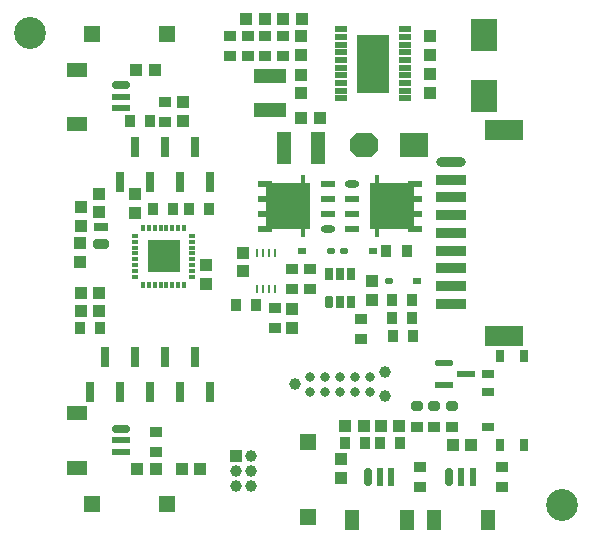
<source format=gbr>
%TF.GenerationSoftware,Altium Limited,Altium NEXUS,3.2.6 (83)*%
G04 Layer_Color=255*
%FSLAX44Y44*%
%MOMM*%
%TF.SameCoordinates,1D3023CA-0B4D-445B-B615-3EAEB33096E1*%
%TF.FilePolarity,Positive*%
%TF.FileFunction,Pads,Top*%
%TF.Part,Single*%
G01*
G75*
%TA.AperFunction,SMDPad,CuDef*%
%ADD10R,1.0000X1.0000*%
%ADD11R,1.0000X0.9000*%
G04:AMPARAMS|DCode=12|XSize=0.6mm|YSize=1.55mm|CornerRadius=0mm|HoleSize=0mm|Usage=FLASHONLY|Rotation=0.000|XOffset=0mm|YOffset=0mm|HoleType=Round|Shape=Octagon|*
%AMOCTAGOND12*
4,1,8,-0.1500,0.7750,0.1500,0.7750,0.3000,0.6250,0.3000,-0.6250,0.1500,-0.7750,-0.1500,-0.7750,-0.3000,-0.6250,-0.3000,0.6250,-0.1500,0.7750,0.0*
%
%ADD12OCTAGOND12*%

%ADD13R,0.6000X1.5500*%
%ADD14R,1.2000X1.8000*%
%ADD15R,0.9000X1.0000*%
%ADD16R,1.0000X1.0000*%
%ADD17R,2.7500X2.7500*%
%ADD18R,0.3000X0.6000*%
%ADD19R,0.6000X0.3000*%
%ADD20R,1.0000X0.7000*%
%ADD21R,0.8000X1.0000*%
%TA.AperFunction,BGAPad,CuDef*%
%ADD22C,0.8000*%
%TA.AperFunction,SMDPad,CuDef*%
%ADD23R,1.4000X1.4000*%
%ADD24R,0.2500X0.7500*%
%ADD25R,1.8000X1.2000*%
%ADD26R,1.5500X0.6000*%
G04:AMPARAMS|DCode=27|XSize=0.6mm|YSize=1.55mm|CornerRadius=0mm|HoleSize=0mm|Usage=FLASHONLY|Rotation=270.000|XOffset=0mm|YOffset=0mm|HoleType=Round|Shape=Octagon|*
%AMOCTAGOND27*
4,1,8,0.7750,0.1500,0.7750,-0.1500,0.6250,-0.3000,-0.6250,-0.3000,-0.7750,-0.1500,-0.7750,0.1500,-0.6250,0.3000,0.6250,0.3000,0.7750,0.1500,0.0*
%
%ADD27OCTAGOND27*%

G04:AMPARAMS|DCode=28|XSize=0.5mm|YSize=0.71mm|CornerRadius=0mm|HoleSize=0mm|Usage=FLASHONLY|Rotation=270.000|XOffset=0mm|YOffset=0mm|HoleType=Round|Shape=Octagon|*
%AMOCTAGOND28*
4,1,8,0.3550,0.1250,0.3550,-0.1250,0.2300,-0.2500,-0.2300,-0.2500,-0.3550,-0.1250,-0.3550,0.1250,-0.2300,0.2500,0.2300,0.2500,0.3550,0.1250,0.0*
%
%ADD28OCTAGOND28*%

%ADD29R,0.7100X0.5000*%
G04:AMPARAMS|DCode=30|XSize=0.55mm|YSize=1.55mm|CornerRadius=0mm|HoleSize=0mm|Usage=FLASHONLY|Rotation=90.000|XOffset=0mm|YOffset=0mm|HoleType=Round|Shape=Octagon|*
%AMOCTAGOND30*
4,1,8,-0.7750,-0.1375,-0.7750,0.1375,-0.6375,0.2750,0.6375,0.2750,0.7750,0.1375,0.7750,-0.1375,0.6375,-0.2750,-0.6375,-0.2750,-0.7750,-0.1375,0.0*
%
%ADD30OCTAGOND30*%

%ADD31R,1.5500X0.5500*%
%ADD32R,0.6500X1.1000*%
G04:AMPARAMS|DCode=33|XSize=0.65mm|YSize=1.1mm|CornerRadius=0mm|HoleSize=0mm|Usage=FLASHONLY|Rotation=180.000|XOffset=0mm|YOffset=0mm|HoleType=Round|Shape=Octagon|*
%AMOCTAGOND33*
4,1,8,0.1625,-0.5500,-0.1625,-0.5500,-0.3250,-0.3875,-0.3250,0.3875,-0.1625,0.5500,0.1625,0.5500,0.3250,0.3875,0.3250,-0.3875,0.1625,-0.5500,0.0*
%
%ADD33OCTAGOND33*%

%ADD34R,1.3000X0.8000*%
G04:AMPARAMS|DCode=35|XSize=0.8mm|YSize=1.3mm|CornerRadius=0mm|HoleSize=0mm|Usage=FLASHONLY|Rotation=90.000|XOffset=0mm|YOffset=0mm|HoleType=Round|Shape=Octagon|*
%AMOCTAGOND35*
4,1,8,-0.6500,-0.2000,-0.6500,0.2000,-0.4500,0.4000,0.4500,0.4000,0.6500,0.2000,0.6500,-0.2000,0.4500,-0.4000,-0.4500,-0.4000,-0.6500,-0.2000,0.0*
%
%ADD35OCTAGOND35*%

%ADD36R,1.4000X1.4000*%
G04:AMPARAMS|DCode=37|XSize=1mm|YSize=0.9mm|CornerRadius=0mm|HoleSize=0mm|Usage=FLASHONLY|Rotation=0.000|XOffset=0mm|YOffset=0mm|HoleType=Round|Shape=Octagon|*
%AMOCTAGOND37*
4,1,8,0.5000,-0.2250,0.5000,0.2250,0.2750,0.4500,-0.2750,0.4500,-0.5000,0.2250,-0.5000,-0.2250,-0.2750,-0.4500,0.2750,-0.4500,0.5000,-0.2250,0.0*
%
%ADD37OCTAGOND37*%

%ADD38R,1.2700X0.6000*%
%ADD39O,1.2700X0.6000*%
%ADD40R,3.8100X3.9100*%
%ADD41R,0.4000X5.3000*%
%ADD42R,2.3500X2.0500*%
G04:AMPARAMS|DCode=43|XSize=2.05mm|YSize=2.35mm|CornerRadius=0mm|HoleSize=0mm|Usage=FLASHONLY|Rotation=90.000|XOffset=0mm|YOffset=0mm|HoleType=Round|Shape=Octagon|*
%AMOCTAGOND43*
4,1,8,-1.1750,-0.5125,-1.1750,0.5125,-0.6625,1.0250,0.6625,1.0250,1.1750,0.5125,1.1750,-0.5125,0.6625,-1.0250,-0.6625,-1.0250,-1.1750,-0.5125,0.0*
%
%ADD43OCTAGOND43*%

%ADD44R,2.2000X2.7000*%
%ADD45R,0.7400X1.7000*%
%ADD46R,1.3000X2.7000*%
%ADD47R,2.7000X1.3000*%
%ADD48R,2.7400X4.9500*%
%ADD49R,1.1000X0.5000*%
%ADD50R,2.5000X0.9000*%
%ADD51O,2.5000X0.9000*%
%ADD52R,3.3000X1.8000*%
%TA.AperFunction,ComponentPad*%
%ADD63C,1.0000*%
%ADD64R,1.0000X1.0000*%
%TA.AperFunction,ViaPad*%
%ADD65C,2.7000*%
D10*
X388750Y1117250D02*
D03*
X404750D02*
D03*
X351000D02*
D03*
X367000D02*
D03*
X319250Y1266250D02*
D03*
X303250D02*
D03*
X303250Y1251250D02*
D03*
X319250D02*
D03*
X366250Y1455250D02*
D03*
X350250D02*
D03*
X618250Y1137500D02*
D03*
X634250D02*
D03*
X527500Y1154000D02*
D03*
X543500D02*
D03*
X573250D02*
D03*
X557250D02*
D03*
X490000Y1414750D02*
D03*
X506000D02*
D03*
X459750Y1498500D02*
D03*
X443750D02*
D03*
X490500D02*
D03*
X474500D02*
D03*
D11*
X367000Y1132000D02*
D03*
Y1149000D02*
D03*
X659750Y1102000D02*
D03*
Y1119000D02*
D03*
X590750Y1102000D02*
D03*
Y1119000D02*
D03*
X375000Y1428250D02*
D03*
Y1411250D02*
D03*
X482500Y1287000D02*
D03*
Y1270000D02*
D03*
X467500Y1253250D02*
D03*
Y1236250D02*
D03*
X540500Y1244500D02*
D03*
Y1227500D02*
D03*
X602750Y1153250D02*
D03*
X497500Y1287000D02*
D03*
Y1270000D02*
D03*
X617750Y1153250D02*
D03*
X587750D02*
D03*
X429750Y1467250D02*
D03*
Y1484250D02*
D03*
X459750Y1467250D02*
D03*
Y1484250D02*
D03*
X444750Y1467250D02*
D03*
Y1484250D02*
D03*
X474750Y1467250D02*
D03*
Y1484250D02*
D03*
D12*
X546500Y1110500D02*
D03*
X615500D02*
D03*
D13*
X556500D02*
D03*
X566500D02*
D03*
X625500D02*
D03*
X635500D02*
D03*
D14*
X579500Y1073750D02*
D03*
X533500D02*
D03*
X648500D02*
D03*
X602500D02*
D03*
D15*
X362250Y1411500D02*
D03*
X345250D02*
D03*
X319750Y1236250D02*
D03*
X302750D02*
D03*
X412000Y1337000D02*
D03*
X395000D02*
D03*
X573750Y1139000D02*
D03*
X556750D02*
D03*
X452000Y1256500D02*
D03*
X435000D02*
D03*
X567250Y1245000D02*
D03*
X584250D02*
D03*
X567250Y1260000D02*
D03*
X584250D02*
D03*
X567750Y1230000D02*
D03*
X584750D02*
D03*
X381750Y1337000D02*
D03*
X364750D02*
D03*
X544000Y1139000D02*
D03*
X527000D02*
D03*
X562250Y1301750D02*
D03*
X579250D02*
D03*
D16*
X319250Y1334500D02*
D03*
Y1350500D02*
D03*
X390000Y1411750D02*
D03*
Y1427750D02*
D03*
X550000Y1276750D02*
D03*
Y1260750D02*
D03*
X482500Y1252750D02*
D03*
Y1236750D02*
D03*
X303250Y1322750D02*
D03*
Y1338750D02*
D03*
X303000Y1292750D02*
D03*
Y1308750D02*
D03*
X440500Y1284500D02*
D03*
Y1300500D02*
D03*
X524000Y1125750D02*
D03*
Y1109750D02*
D03*
X349500Y1349750D02*
D03*
Y1333750D02*
D03*
X409750Y1290250D02*
D03*
Y1274250D02*
D03*
X490000Y1435250D02*
D03*
Y1451250D02*
D03*
X598750Y1435500D02*
D03*
Y1451500D02*
D03*
Y1467750D02*
D03*
Y1483750D02*
D03*
X489750Y1467750D02*
D03*
Y1483750D02*
D03*
D17*
X373500Y1297250D02*
D03*
D18*
X356000Y1321250D02*
D03*
X361000D02*
D03*
X366000D02*
D03*
X371000D02*
D03*
X376000D02*
D03*
X381000D02*
D03*
X386000D02*
D03*
X391000D02*
D03*
Y1273250D02*
D03*
X386000D02*
D03*
X381000D02*
D03*
X376000D02*
D03*
X371000D02*
D03*
X366000D02*
D03*
X361000D02*
D03*
X356000D02*
D03*
D19*
X397500Y1314750D02*
D03*
Y1309750D02*
D03*
Y1304750D02*
D03*
Y1299750D02*
D03*
Y1294750D02*
D03*
Y1289750D02*
D03*
Y1284750D02*
D03*
Y1279750D02*
D03*
X349500D02*
D03*
Y1284750D02*
D03*
Y1289750D02*
D03*
Y1294750D02*
D03*
Y1299750D02*
D03*
Y1304750D02*
D03*
Y1309750D02*
D03*
Y1314750D02*
D03*
D20*
X648500Y1152750D02*
D03*
Y1182750D02*
D03*
Y1197750D02*
D03*
D21*
X678500Y1137750D02*
D03*
X658500D02*
D03*
X678500Y1212750D02*
D03*
X658500D02*
D03*
D22*
X497600Y1182500D02*
D03*
X510300D02*
D03*
X523000D02*
D03*
X535700D02*
D03*
X548400D02*
D03*
Y1195200D02*
D03*
X535700D02*
D03*
X523000D02*
D03*
X510300D02*
D03*
X497600D02*
D03*
D23*
X312750Y1087500D02*
D03*
X376750D02*
D03*
Y1485750D02*
D03*
X312750D02*
D03*
D24*
X468000Y1300500D02*
D03*
X463000D02*
D03*
X458000D02*
D03*
X453000D02*
D03*
X468000Y1269500D02*
D03*
X463000D02*
D03*
X458000D02*
D03*
X453000D02*
D03*
D25*
X300500Y1455500D02*
D03*
Y1409500D02*
D03*
Y1164500D02*
D03*
Y1118500D02*
D03*
D26*
X337250Y1422500D02*
D03*
Y1432500D02*
D03*
Y1131500D02*
D03*
Y1141500D02*
D03*
D27*
Y1442500D02*
D03*
Y1151500D02*
D03*
D28*
X515000Y1301750D02*
D03*
X564000Y1276250D02*
D03*
X526500Y1301750D02*
D03*
D29*
X491000D02*
D03*
X588000Y1276250D02*
D03*
X550500Y1301750D02*
D03*
D30*
X611250Y1207000D02*
D03*
D31*
Y1188000D02*
D03*
X629750Y1197500D02*
D03*
D32*
X523000Y1282250D02*
D03*
X513500D02*
D03*
X532500D02*
D03*
Y1258250D02*
D03*
X523000D02*
D03*
D33*
X513500D02*
D03*
D34*
X320250Y1321750D02*
D03*
D35*
Y1307750D02*
D03*
D36*
X495500Y1076500D02*
D03*
Y1140500D02*
D03*
D37*
X602750Y1170250D02*
D03*
X617750D02*
D03*
X587750D02*
D03*
D38*
X459200Y1358800D02*
D03*
Y1346100D02*
D03*
Y1333400D02*
D03*
Y1320700D02*
D03*
X512600Y1358800D02*
D03*
Y1346100D02*
D03*
Y1333400D02*
D03*
X533396Y1346100D02*
D03*
Y1333400D02*
D03*
Y1320700D02*
D03*
X586796Y1358800D02*
D03*
Y1346100D02*
D03*
Y1333400D02*
D03*
Y1320700D02*
D03*
D39*
X512600D02*
D03*
X533396Y1358800D02*
D03*
D40*
X479000Y1339750D02*
D03*
X566996D02*
D03*
D41*
X491996D02*
D03*
X554000D02*
D03*
D42*
X586000Y1391250D02*
D03*
D43*
X543500D02*
D03*
D44*
X645000Y1485000D02*
D03*
Y1433000D02*
D03*
D45*
X361700Y1182470D02*
D03*
X310900D02*
D03*
X323600Y1212470D02*
D03*
X336300Y1182470D02*
D03*
X349000Y1212470D02*
D03*
X374400D02*
D03*
X387100Y1182470D02*
D03*
X399800Y1212470D02*
D03*
X412500Y1182470D02*
D03*
X336300Y1360270D02*
D03*
X349000Y1390270D02*
D03*
X361700Y1360270D02*
D03*
X374400Y1390270D02*
D03*
X387100Y1360270D02*
D03*
X399800Y1390270D02*
D03*
X412500Y1360270D02*
D03*
D46*
X504500Y1389250D02*
D03*
X475500D02*
D03*
D47*
X463500Y1421000D02*
D03*
Y1450000D02*
D03*
D48*
X550750Y1460250D02*
D03*
D49*
X578000Y1489500D02*
D03*
Y1483000D02*
D03*
Y1476500D02*
D03*
Y1470000D02*
D03*
Y1463500D02*
D03*
Y1457000D02*
D03*
Y1450500D02*
D03*
Y1444000D02*
D03*
Y1437500D02*
D03*
Y1431000D02*
D03*
X523500D02*
D03*
Y1437500D02*
D03*
Y1444000D02*
D03*
Y1450500D02*
D03*
Y1457000D02*
D03*
Y1463500D02*
D03*
Y1470000D02*
D03*
Y1476500D02*
D03*
Y1483000D02*
D03*
Y1489500D02*
D03*
D50*
X616500Y1257250D02*
D03*
Y1272250D02*
D03*
Y1287250D02*
D03*
Y1302250D02*
D03*
Y1317250D02*
D03*
Y1332250D02*
D03*
Y1347250D02*
D03*
Y1362250D02*
D03*
D51*
Y1377250D02*
D03*
D52*
X661500Y1230250D02*
D03*
Y1404250D02*
D03*
D63*
X561100Y1199000D02*
D03*
X484900Y1188850D02*
D03*
X561100Y1178700D02*
D03*
X435250Y1115200D02*
D03*
Y1102500D02*
D03*
X447950Y1127900D02*
D03*
Y1102500D02*
D03*
Y1115200D02*
D03*
D64*
X435250Y1127900D02*
D03*
D65*
X710500Y1086500D02*
D03*
X260500Y1486500D02*
D03*
%TF.MD5,b4cea35265f4155f1ee397406ba2a99f*%
M02*

</source>
